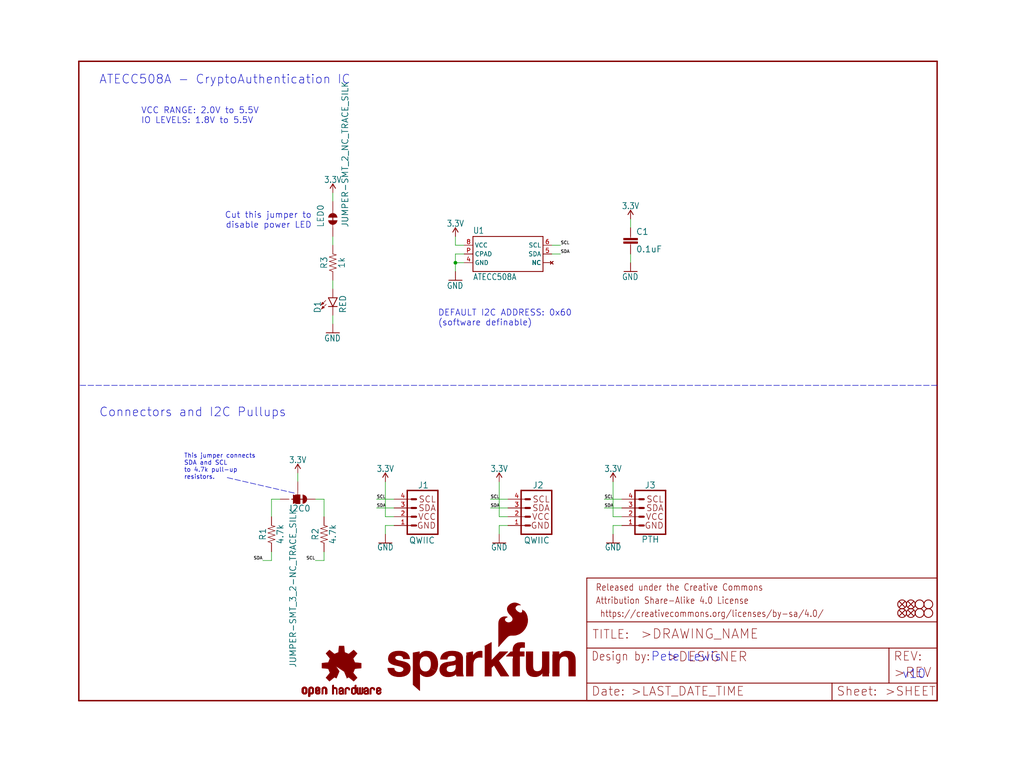
<source format=kicad_sch>
(kicad_sch (version 20211123) (generator eeschema)
  (paper "User" 297.002 223.926)
  (lib_symbols
    (symbol "eagleSchem-eagle-import:0.1UF-0603-25V-(+80{slash}-20%)"
      (property "Reference" "C" (at 1.524 2.921 0))
      (property "Value" "0.1UF-0603-25V-(+80{slash}-20%)" (at 1.524 -2.159 0))
      (symbol "0.1UF-0603-25V-(+80{slash}-20%)_1_0"
        (pin passive line (at 0 5.08 270) (length 2.54) (name "1") (number "1"))
        (pin passive line (at 0 -2.54 90) (length 2.54) (name "2") (number "2"))
      )
    )
    (symbol "eagleSchem-eagle-import:1KOHM-0603-1{slash}10W-1%"
      (property "Reference" "R" (at 0 1.524 0))
      (property "Value" "1KOHM-0603-1{slash}10W-1%" (at 0 -1.524 0))
      (symbol "1KOHM-0603-1{slash}10W-1%_1_0"
        (pin passive line (at -5.08 0 0) (length 2.54) (name "1") (number "1"))
        (pin passive line (at 5.08 0 180) (length 2.54) (name "2") (number "2"))
      )
    )
    (symbol "eagleSchem-eagle-import:3.3V" (power)
      (property "Value" "3.3V" (at 0 2.794 0))
      (symbol "3.3V_1_0"
        (pin power_in line (at 0 0 90) (length 2.54) (name "3.3V") (number "1"))
      )
    )
    (symbol "eagleSchem-eagle-import:4.7KOHM-0603-1{slash}10W-1%"
      (property "Reference" "R" (at 0 1.524 0))
      (property "Value" "4.7KOHM-0603-1{slash}10W-1%" (at 0 -1.524 0))
      (symbol "4.7KOHM-0603-1{slash}10W-1%_1_0"
        (pin passive line (at -5.08 0 0) (length 2.54) (name "1") (number "1"))
        (pin passive line (at 5.08 0 180) (length 2.54) (name "2") (number "2"))
      )
    )
    (symbol "eagleSchem-eagle-import:ATECC508AUDFN_2X3MM"
      (property "Reference" "ECC" (at -10.16 5.842 0))
      (property "Value" "ATECC508AUDFN_2X3MM" (at -10.16 -7.62 0))
      (symbol "ATECC508AUDFN_2X3MM_1_0"
        (pin no_connect line (at 12.7 -2.54 180) (length 2.54) (name "NC") (number "1"))
        (pin no_connect line (at 12.7 -2.54 180) (length 2.54) (name "NC") (number "2"))
        (pin no_connect line (at 12.7 -2.54 180) (length 2.54) (name "NC") (number "3"))
        (pin power_in line (at -12.7 -2.54 0) (length 2.54) (name "GND") (number "4"))
        (pin bidirectional line (at 12.7 0 180) (length 2.54) (name "SDA") (number "5"))
        (pin bidirectional line (at 12.7 2.54 180) (length 2.54) (name "SCL") (number "6"))
        (pin no_connect line (at 12.7 -2.54 180) (length 2.54) (name "NC") (number "7"))
        (pin power_in line (at -12.7 2.54 0) (length 2.54) (name "VCC") (number "8"))
        (pin power_in line (at -12.7 0 0) (length 2.54) (name "CPAD") (number "P"))
      )
    )
    (symbol "eagleSchem-eagle-import:FIDUCIAL1X2")
    (symbol "eagleSchem-eagle-import:FRAME-LETTER"
      (symbol "FRAME-LETTER_2_0"
        (text " https://creativecommons.org/licenses/by-sa/4.0/" (at 2.54 24.13 0) (effects (font (size 1.9304 1.6408)) (justify left bottom)))
        (text ">DESIGNER" (at 23.114 11.176 0) (effects (font (size 2.7432 2.7432)) (justify left bottom)))
        (text ">DRAWING_NAME" (at 15.494 17.78 0) (effects (font (size 2.7432 2.7432)) (justify left bottom)))
        (text ">LAST_DATE_TIME" (at 12.7 1.27 0) (effects (font (size 2.54 2.54)) (justify left bottom)))
        (text ">REV" (at 88.9 6.604 0) (effects (font (size 2.7432 2.7432)) (justify left bottom)))
        (text ">SHEET" (at 86.36 1.27 0) (effects (font (size 2.54 2.54)) (justify left bottom)))
        (text "Attribution Share-Alike 4.0 License" (at 2.54 27.94 0) (effects (font (size 1.9304 1.6408)) (justify left bottom)))
        (text "Date:" (at 1.27 1.27 0) (effects (font (size 2.54 2.54)) (justify left bottom)))
        (text "Design by:" (at 1.27 11.43 0) (effects (font (size 2.54 2.159)) (justify left bottom)))
        (text "Released under the Creative Commons" (at 2.54 31.75 0) (effects (font (size 1.9304 1.6408)) (justify left bottom)))
        (text "REV:" (at 88.9 11.43 0) (effects (font (size 2.54 2.54)) (justify left bottom)))
        (text "Sheet:" (at 72.39 1.27 0) (effects (font (size 2.54 2.54)) (justify left bottom)))
        (text "TITLE:" (at 1.524 17.78 0) (effects (font (size 2.54 2.54)) (justify left bottom)))
      )
    )
    (symbol "eagleSchem-eagle-import:GND" (power)
      (property "Value" "GND" (at 0 -0.254 0))
      (symbol "GND_1_0"
        (pin power_in line (at 0 2.54 270) (length 2.54) (name "GND") (number "1"))
      )
    )
    (symbol "eagleSchem-eagle-import:I2C_STANDARDQWIIC"
      (property "Reference" "J" (at -5.08 7.874 0))
      (property "Value" "I2C_STANDARDQWIIC" (at -5.08 -5.334 0))
      (symbol "I2C_STANDARDQWIIC_1_0"
        (text "GND" (at -4.572 -2.54 0) (effects (font (size 1.778 1.778)) (justify left)))
        (text "SCL" (at -4.572 5.08 0) (effects (font (size 1.778 1.778)) (justify left)))
        (text "SDA" (at -4.572 2.54 0) (effects (font (size 1.778 1.778)) (justify left)))
        (text "VCC" (at -4.572 0 0) (effects (font (size 1.778 1.778)) (justify left)))
        (pin power_in line (at 7.62 -2.54 180) (length 5.08) (name "1") (number "1"))
        (pin power_in line (at 7.62 0 180) (length 5.08) (name "2") (number "2"))
        (pin passive line (at 7.62 2.54 180) (length 5.08) (name "3") (number "3"))
        (pin passive line (at 7.62 5.08 180) (length 5.08) (name "4") (number "4"))
      )
    )
    (symbol "eagleSchem-eagle-import:I2C_STANDARD_NO_SILK"
      (property "Reference" "J" (at -5.08 7.874 0))
      (property "Value" "I2C_STANDARD_NO_SILK" (at -5.08 -5.334 0))
      (symbol "I2C_STANDARD_NO_SILK_1_0"
        (text "GND" (at -4.572 -2.54 0) (effects (font (size 1.778 1.778)) (justify left)))
        (text "SCL" (at -4.572 5.08 0) (effects (font (size 1.778 1.778)) (justify left)))
        (text "SDA" (at -4.572 2.54 0) (effects (font (size 1.778 1.778)) (justify left)))
        (text "VCC" (at -4.572 0 0) (effects (font (size 1.778 1.778)) (justify left)))
        (pin power_in line (at 7.62 -2.54 180) (length 5.08) (name "1") (number "1"))
        (pin power_in line (at 7.62 0 180) (length 5.08) (name "2") (number "2"))
        (pin passive line (at 7.62 2.54 180) (length 5.08) (name "3") (number "3"))
        (pin passive line (at 7.62 5.08 180) (length 5.08) (name "4") (number "4"))
      )
    )
    (symbol "eagleSchem-eagle-import:JUMPER-SMT_2_NC_TRACE_SILK"
      (property "Reference" "JP" (at -2.54 2.54 0))
      (property "Value" "JUMPER-SMT_2_NC_TRACE_SILK" (at -2.54 -2.54 0))
      (symbol "JUMPER-SMT_2_NC_TRACE_SILK_1_0"
        (pin passive line (at -5.08 0 0) (length 2.54) (name "1") (number "1"))
        (pin passive line (at 5.08 0 180) (length 2.54) (name "2") (number "2"))
      )
    )
    (symbol "eagleSchem-eagle-import:JUMPER-SMT_3_2-NC_TRACE_SILK"
      (property "Reference" "JP" (at 2.54 0.381 0))
      (property "Value" "JUMPER-SMT_3_2-NC_TRACE_SILK" (at 2.54 -0.381 0))
      (symbol "JUMPER-SMT_3_2-NC_TRACE_SILK_1_0"
        (pin passive line (at 0 5.08 270) (length 2.54) (name "1") (number "1"))
        (pin passive line (at -5.08 0 0) (length 2.54) (name "2") (number "2"))
        (pin passive line (at 0 -5.08 90) (length 2.54) (name "3") (number "3"))
      )
    )
    (symbol "eagleSchem-eagle-import:LED-RED0603"
      (property "Reference" "D" (at -3.429 -4.572 90))
      (property "Value" "LED-RED0603" (at 1.905 -4.572 90))
      (symbol "LED-RED0603_1_0"
        (pin passive line (at 0 2.54 270) (length 2.54) (name "A") (number "A"))
        (pin passive line (at 0 -5.08 90) (length 2.54) (name "C") (number "C"))
      )
    )
    (symbol "eagleSchem-eagle-import:OSHW-LOGOS")
    (symbol "eagleSchem-eagle-import:SFE_LOGO_NAME_FLAME.1_INCH")
    (symbol "eagleSchem-eagle-import:STAND-OFF")
  )
  (junction (at 132.08 76.2))
  (wire (pts (xy 147.32 152.4) (xy 144.78 152.4)))
  (wire (pts (xy 132.08 71.12) (xy 132.08 68.58)))
  (wire (pts (xy 96.52 68.58) (xy 96.52 71.12)))
  (wire (pts (xy 182.88 66.04) (xy 182.88 63.5)))
  (wire (pts (xy 114.3 147.32) (xy 109.22 147.32)))
  (wire (pts (xy 180.34 147.32) (xy 175.26 147.32)))
  (wire (pts (xy 134.62 71.12) (xy 132.08 71.12)))
  (wire (pts (xy 93.98 144.78) (xy 91.44 144.78)))
  (wire (pts (xy 180.34 149.86) (xy 177.8 149.86)))
  (wire (pts (xy 76.2 162.56) (xy 78.74 162.56)))
  (wire (pts (xy 114.3 144.78) (xy 109.22 144.78)))
  (wire (pts (xy 134.62 76.2) (xy 132.08 76.2)))
  (wire (pts (xy 96.52 91.44) (xy 96.52 93.98)))
  (wire (pts (xy 96.52 81.28) (xy 96.52 83.82)))
  (wire (pts (xy 144.78 152.4) (xy 144.78 154.94)))
  (wire (pts (xy 134.62 73.66) (xy 132.08 73.66)))
  (wire (pts (xy 177.8 149.86) (xy 177.8 139.7)))
  (wire (pts (xy 160.02 71.12) (xy 162.56 71.12)))
  (wire (pts (xy 182.88 76.2) (xy 182.88 73.66)))
  (wire (pts (xy 78.74 144.78) (xy 81.28 144.78)))
  (wire (pts (xy 111.76 149.86) (xy 111.76 139.7)))
  (wire (pts (xy 147.32 144.78) (xy 142.24 144.78)))
  (wire (pts (xy 160.02 73.66) (xy 162.56 73.66)))
  (wire (pts (xy 86.36 137.16) (xy 86.36 139.7)))
  (wire (pts (xy 180.34 144.78) (xy 175.26 144.78)))
  (wire (pts (xy 132.08 76.2) (xy 132.08 78.74)))
  (wire (pts (xy 114.3 152.4) (xy 111.76 152.4)))
  (wire (pts (xy 93.98 162.56) (xy 91.44 162.56)))
  (polyline (pts (xy 271.78 111.76) (xy 22.86 111.76)))
  (wire (pts (xy 93.98 149.86) (xy 93.98 144.78)))
  (wire (pts (xy 111.76 152.4) (xy 111.76 154.94)))
  (wire (pts (xy 144.78 149.86) (xy 144.78 139.7)))
  (wire (pts (xy 177.8 152.4) (xy 177.8 154.94)))
  (wire (pts (xy 147.32 149.86) (xy 144.78 149.86)))
  (wire (pts (xy 180.34 152.4) (xy 177.8 152.4)))
  (wire (pts (xy 114.3 149.86) (xy 111.76 149.86)))
  (wire (pts (xy 132.08 73.66) (xy 132.08 76.2)))
  (wire (pts (xy 78.74 160.02) (xy 78.74 162.56)))
  (wire (pts (xy 78.74 149.86) (xy 78.74 144.78)))
  (wire (pts (xy 96.52 55.88) (xy 96.52 58.42)))
  (wire (pts (xy 93.98 160.02) (xy 93.98 162.56)))
  (polyline (pts (xy 85.344 143.002) (xy 65.532 138.43)))
  (wire (pts (xy 147.32 147.32) (xy 142.24 147.32)))
  (text "DEFAULT I2C ADDRESS: 0x60\n(software definable)" (at 127 94.742 180) (effects (font (size 1.778 1.778)) (justify left bottom)))
  (text "This jumper connects\nSDA and SCL\nto 4.7k pull-up\nresistors." (at 53.34 135.382 0) (effects (font (size 1.27 1.27)) (justify left)))
  (text "v10" (at 261.62 195.58 180) (effects (font (size 2.54 2.54)) (justify left)))
  (text "Pete Lewis" (at 188.722 192.024 180) (effects (font (size 2.54 2.54)) (justify left bottom)))
  (text "ATECC508A - CryptoAuthentication IC" (at 28.702 24.638 180) (effects (font (size 2.54 2.54)) (justify left bottom)))
  (text "Connectors and I2C Pullups" (at 28.702 121.158 180) (effects (font (size 2.54 2.54)) (justify left bottom)))
  (text "VCC RANGE: 2.0V to 5.5V\nIO LEVELS: 1.8V to 5.5V" (at 40.894 36.068 180) (effects (font (size 1.778 1.778)) (justify left bottom)))
  (text "Cut this jumper to\ndisable power LED" (at 90.424 61.468 180) (effects (font (size 1.778 1.778)) (justify right top)))
  (label "SDA" (at 142.24 147.32 0) (effects (font (size 0.889 0.889))))
  (label "SCL" (at 142.24 144.78 0) (effects (font (size 0.889 0.889))))
  (label "SDA" (at 162.56 73.66 0) (effects (font (size 0.889 0.889))))
  (label "SCL" (at 175.26 144.78 0) (effects (font (size 0.889 0.889))))
  (label "SCL" (at 109.22 144.78 0) (effects (font (size 0.889 0.889))))
  (label "SDA" (at 175.26 147.32 0) (effects (font (size 0.889 0.889))))
  (label "SCL" (at 91.44 162.56 180) (effects (font (size 0.889 0.889))))
  (label "SCL" (at 162.56 71.12 0) (effects (font (size 0.889 0.889))))
  (label "SDA" (at 76.2 162.56 180) (effects (font (size 0.889 0.889))))
  (label "SDA" (at 109.22 147.32 0) (effects (font (size 0.889 0.889))))
  (symbol (lib_id "eagleSchem-eagle-import:3.3V") (at 96.52 55.88 0) (unit 1)
    (property "Reference" "#SUPPLY6" (effects hide))
    (property "Value" "3.3V" (at 96.52 53.086 0) (effects (font (size 1.778 1.5113)) (justify bottom)))
    (property "Footprint" "eagleSchem:" (effects hide))
  )
  (symbol (lib_id "eagleSchem-eagle-import:GND") (at 177.8 157.48 0) (mirror y) (unit 1)
    (property "Reference" "#GND4" (effects hide))
    (property "Value" "GND" (at 177.8 157.734 0) (effects (font (size 1.778 1.5113)) (justify top)))
    (property "Footprint" "eagleSchem:" (effects hide))
  )
  (symbol (lib_id "eagleSchem-eagle-import:GND") (at 144.78 157.48 0) (mirror y) (unit 1)
    (property "Reference" "#GND1" (effects hide))
    (property "Value" "GND" (at 144.78 157.734 0) (effects (font (size 1.778 1.5113)) (justify top)))
    (property "Footprint" "eagleSchem:" (effects hide))
  )
  (symbol (lib_id "eagleSchem-eagle-import:3.3V") (at 144.78 139.7 0) (mirror y) (unit 1)
    (property "Reference" "#SUPPLY4" (effects hide))
    (property "Value" "3.3V" (at 144.78 136.906 0) (effects (font (size 1.778 1.5113)) (justify bottom)))
    (property "Footprint" "eagleSchem:" (effects hide))
  )
  (symbol (lib_id "eagleSchem-eagle-import:SFE_LOGO_NAME_FLAME.1_INCH") (at 111.76 200.66 0) (unit 1)
    (property "Reference" "LOGO1" (effects hide))
    (property "Value" "SFE_LOGO_NAME_FLAME.1_INCH" (effects hide))
    (property "Footprint" "eagleSchem:SFE_LOGO_NAME_FLAME_.1" (effects hide))
  )
  (symbol (lib_id "eagleSchem-eagle-import:3.3V") (at 182.88 63.5 0) (unit 1)
    (property "Reference" "#SUPPLY14" (effects hide))
    (property "Value" "3.3V" (at 182.88 60.706 0) (effects (font (size 1.778 1.5113)) (justify bottom)))
    (property "Footprint" "eagleSchem:" (effects hide))
  )
  (symbol (lib_id "eagleSchem-eagle-import:JUMPER-SMT_3_2-NC_TRACE_SILK") (at 86.36 144.78 270) (unit 1)
    (property "Reference" "I2C0" (at 83.82 148.463 90) (effects (font (size 1.778 1.778)) (justify left bottom)))
    (property "Value" "JUMPER-SMT_3_2-NC_TRACE_SILK" (at 85.979 147.32 0) (effects (font (size 1.778 1.778)) (justify left top)))
    (property "Footprint" "eagleSchem:SMT-JUMPER_3_2-NC_TRACE_SILK" (effects hide))
  )
  (symbol (lib_id "eagleSchem-eagle-import:FIDUCIAL1X2") (at 264.16 177.8 0) (unit 1)
    (property "Reference" "FD4" (effects hide))
    (property "Value" "FIDUCIAL1X2" (effects hide))
    (property "Footprint" "eagleSchem:FIDUCIAL-1X2" (effects hide))
  )
  (symbol (lib_id "eagleSchem-eagle-import:I2C_STANDARDQWIIC") (at 121.92 149.86 0) (mirror y) (unit 1)
    (property "Reference" "J1" (at 124.46 141.732 0) (effects (font (size 1.778 1.778)) (justify left bottom)))
    (property "Value" "QWIIC" (at 126.238 155.702 0) (effects (font (size 1.778 1.778)) (justify left top)))
    (property "Footprint" "eagleSchem:JST04_1MM_RA" (effects hide))
  )
  (symbol (lib_id "eagleSchem-eagle-import:STAND-OFF") (at 266.7 177.8 0) (unit 1)
    (property "Reference" "H2" (effects hide))
    (property "Value" "STAND-OFF" (effects hide))
    (property "Footprint" "eagleSchem:STAND-OFF" (effects hide))
  )
  (symbol (lib_id "eagleSchem-eagle-import:I2C_STANDARD_NO_SILK") (at 187.96 149.86 0) (mirror y) (unit 1)
    (property "Reference" "J3" (at 190.246 141.732 0) (effects (font (size 1.778 1.778)) (justify left bottom)))
    (property "Value" "PTH" (at 191.262 155.448 0) (effects (font (size 1.778 1.778)) (justify left top)))
    (property "Footprint" "eagleSchem:1X04_NO_SILK" (effects hide))
  )
  (symbol (lib_id "eagleSchem-eagle-import:ATECC508AUDFN_2X3MM") (at 147.32 73.66 0) (unit 1)
    (property "Reference" "U1" (at 137.16 67.818 0) (effects (font (size 1.778 1.5113)) (justify left bottom)))
    (property "Value" "ATECC508A" (at 137.16 81.28 0) (effects (font (size 1.778 1.5113)) (justify left bottom)))
    (property "Footprint" "eagleSchem:UDFN_2X3MM" (effects hide))
  )
  (symbol (lib_id "eagleSchem-eagle-import:FIDUCIAL1X2") (at 261.62 177.8 0) (unit 1)
    (property "Reference" "FD1" (effects hide))
    (property "Value" "FIDUCIAL1X2" (effects hide))
    (property "Footprint" "eagleSchem:FIDUCIAL-1X2" (effects hide))
  )
  (symbol (lib_id "eagleSchem-eagle-import:I2C_STANDARDQWIIC") (at 154.94 149.86 0) (mirror y) (unit 1)
    (property "Reference" "J2" (at 157.734 141.732 0) (effects (font (size 1.778 1.778)) (justify left bottom)))
    (property "Value" "QWIIC" (at 159.512 155.702 0) (effects (font (size 1.778 1.778)) (justify left top)))
    (property "Footprint" "eagleSchem:JST04_1MM_RA" (effects hide))
  )
  (symbol (lib_id "eagleSchem-eagle-import:GND") (at 132.08 81.28 0) (unit 1)
    (property "Reference" "#GND8" (effects hide))
    (property "Value" "GND" (at 129.54 83.82 0) (effects (font (size 1.778 1.5113)) (justify left bottom)))
    (property "Footprint" "eagleSchem:" (effects hide))
  )
  (symbol (lib_id "eagleSchem-eagle-import:1KOHM-0603-1{slash}10W-1%") (at 96.52 76.2 90) (unit 1)
    (property "Reference" "R3" (at 94.996 76.2 0) (effects (font (size 1.778 1.778)) (justify bottom)))
    (property "Value" "1k" (at 98.044 76.2 0) (effects (font (size 1.778 1.778)) (justify top)))
    (property "Footprint" "eagleSchem:0603" (effects hide))
  )
  (symbol (lib_id "eagleSchem-eagle-import:FRAME-LETTER") (at 22.86 203.2 0) (unit 1)
    (property "Reference" "FRAME1" (effects hide))
    (property "Value" "FRAME-LETTER" (effects hide))
    (property "Footprint" "eagleSchem:CREATIVE_COMMONS" (effects hide))
  )
  (symbol (lib_id "eagleSchem-eagle-import:GND") (at 182.88 78.74 0) (unit 1)
    (property "Reference" "#GND9" (effects hide))
    (property "Value" "GND" (at 180.34 81.28 0) (effects (font (size 1.778 1.5113)) (justify left bottom)))
    (property "Footprint" "eagleSchem:" (effects hide))
  )
  (symbol (lib_id "eagleSchem-eagle-import:3.3V") (at 132.08 68.58 0) (unit 1)
    (property "Reference" "#SUPPLY10" (effects hide))
    (property "Value" "3.3V" (at 132.08 65.786 0) (effects (font (size 1.778 1.5113)) (justify bottom)))
    (property "Footprint" "eagleSchem:" (effects hide))
  )
  (symbol (lib_id "eagleSchem-eagle-import:FIDUCIAL1X2") (at 261.62 175.26 0) (unit 1)
    (property "Reference" "FD2" (effects hide))
    (property "Value" "FIDUCIAL1X2" (effects hide))
    (property "Footprint" "eagleSchem:FIDUCIAL-1X2" (effects hide))
  )
  (symbol (lib_id "eagleSchem-eagle-import:STAND-OFF") (at 269.24 177.8 0) (unit 1)
    (property "Reference" "H4" (effects hide))
    (property "Value" "STAND-OFF" (effects hide))
    (property "Footprint" "eagleSchem:STAND-OFF" (effects hide))
  )
  (symbol (lib_id "eagleSchem-eagle-import:STAND-OFF") (at 266.7 175.26 0) (unit 1)
    (property "Reference" "H1" (effects hide))
    (property "Value" "STAND-OFF" (effects hide))
    (property "Footprint" "eagleSchem:STAND-OFF" (effects hide))
  )
  (symbol (lib_id "eagleSchem-eagle-import:FIDUCIAL1X2") (at 264.16 175.26 0) (unit 1)
    (property "Reference" "FD3" (effects hide))
    (property "Value" "FIDUCIAL1X2" (effects hide))
    (property "Footprint" "eagleSchem:FIDUCIAL-1X2" (effects hide))
  )
  (symbol (lib_id "eagleSchem-eagle-import:3.3V") (at 86.36 137.16 0) (unit 1)
    (property "Reference" "#SUPPLY18" (effects hide))
    (property "Value" "3.3V" (at 86.36 134.366 0) (effects (font (size 1.778 1.5113)) (justify bottom)))
    (property "Footprint" "eagleSchem:" (effects hide))
  )
  (symbol (lib_id "eagleSchem-eagle-import:FRAME-LETTER") (at 170.18 203.2 0) (unit 2)
    (property "Reference" "FRAME1" (effects hide))
    (property "Value" "FRAME-LETTER" (effects hide))
    (property "Footprint" "eagleSchem:CREATIVE_COMMONS" (effects hide))
  )
  (symbol (lib_id "eagleSchem-eagle-import:0.1UF-0603-25V-(+80{slash}-20%)") (at 182.88 71.12 0) (unit 1)
    (property "Reference" "C1" (at 184.404 68.199 0) (effects (font (size 1.778 1.778)) (justify left bottom)))
    (property "Value" "0.1uF" (at 184.404 73.279 0) (effects (font (size 1.778 1.778)) (justify left bottom)))
    (property "Footprint" "eagleSchem:0603" (effects hide))
  )
  (symbol (lib_id "eagleSchem-eagle-import:4.7KOHM-0603-1{slash}10W-1%") (at 93.98 154.94 90) (unit 1)
    (property "Reference" "R2" (at 92.456 154.94 0) (effects (font (size 1.778 1.778)) (justify bottom)))
    (property "Value" "4.7k" (at 95.504 154.94 0) (effects (font (size 1.778 1.778)) (justify top)))
    (property "Footprint" "eagleSchem:0603" (effects hide))
  )
  (symbol (lib_id "eagleSchem-eagle-import:3.3V") (at 111.76 139.7 0) (mirror y) (unit 1)
    (property "Reference" "#SUPPLY21" (effects hide))
    (property "Value" "3.3V" (at 111.76 136.906 0) (effects (font (size 1.778 1.5113)) (justify bottom)))
    (property "Footprint" "eagleSchem:" (effects hide))
  )
  (symbol (lib_id "eagleSchem-eagle-import:OSHW-LOGOS") (at 99.06 193.04 0) (unit 1)
    (property "Reference" "LOGO4" (effects hide))
    (property "Value" "OSHW-LOGOS" (effects hide))
    (property "Footprint" "eagleSchem:OSHW-LOGO-S" (effects hide))
  )
  (symbol (lib_id "eagleSchem-eagle-import:GND") (at 111.76 157.48 0) (mirror y) (unit 1)
    (property "Reference" "#GND18" (effects hide))
    (property "Value" "GND" (at 111.76 157.734 0) (effects (font (size 1.778 1.5113)) (justify top)))
    (property "Footprint" "eagleSchem:" (effects hide))
  )
  (symbol (lib_id "eagleSchem-eagle-import:LED-RED0603") (at 96.52 86.36 0) (unit 1)
    (property "Reference" "D1" (at 93.091 90.932 90) (effects (font (size 1.778 1.778)) (justify left bottom)))
    (property "Value" "RED" (at 98.425 90.932 90) (effects (font (size 1.778 1.778)) (justify left top)))
    (property "Footprint" "eagleSchem:LED-0603" (effects hide))
  )
  (symbol (lib_id "eagleSchem-eagle-import:3.3V") (at 177.8 139.7 0) (mirror y) (unit 1)
    (property "Reference" "#SUPPLY1" (effects hide))
    (property "Value" "3.3V" (at 177.8 136.906 0) (effects (font (size 1.778 1.5113)) (justify bottom)))
    (property "Footprint" "eagleSchem:" (effects hide))
  )
  (symbol (lib_id "eagleSchem-eagle-import:GND") (at 96.52 96.52 0) (unit 1)
    (property "Reference" "#GND3" (effects hide))
    (property "Value" "GND" (at 93.98 99.06 0) (effects (font (size 1.778 1.5113)) (justify left bottom)))
    (property "Footprint" "eagleSchem:" (effects hide))
  )
  (symbol (lib_id "eagleSchem-eagle-import:JUMPER-SMT_2_NC_TRACE_SILK") (at 96.52 63.5 90) (unit 1)
    (property "Reference" "LED0" (at 93.98 66.04 0) (effects (font (size 1.778 1.778)) (justify left bottom)))
    (property "Value" "JUMPER-SMT_2_NC_TRACE_SILK" (at 99.06 66.04 0) (effects (font (size 1.778 1.778)) (justify left top)))
    (property "Footprint" "eagleSchem:SMT-JUMPER_2_NC_TRACE_SILK" (effects hide))
  )
  (symbol (lib_id "eagleSchem-eagle-import:STAND-OFF") (at 269.24 175.26 0) (unit 1)
    (property "Reference" "H3" (effects hide))
    (property "Value" "STAND-OFF" (effects hide))
    (property "Footprint" "eagleSchem:STAND-OFF" (effects hide))
  )
  (symbol (lib_id "eagleSchem-eagle-import:4.7KOHM-0603-1{slash}10W-1%") (at 78.74 154.94 90) (unit 1)
    (property "Reference" "R1" (at 77.216 154.94 0) (effects (font (size 1.778 1.778)) (justify bottom)))
    (property "Value" "4.7k" (at 80.264 154.94 0) (effects (font (size 1.778 1.778)) (justify top)))
    (property "Footprint" "eagleSchem:0603" (effects hide))
  )
)
</source>
